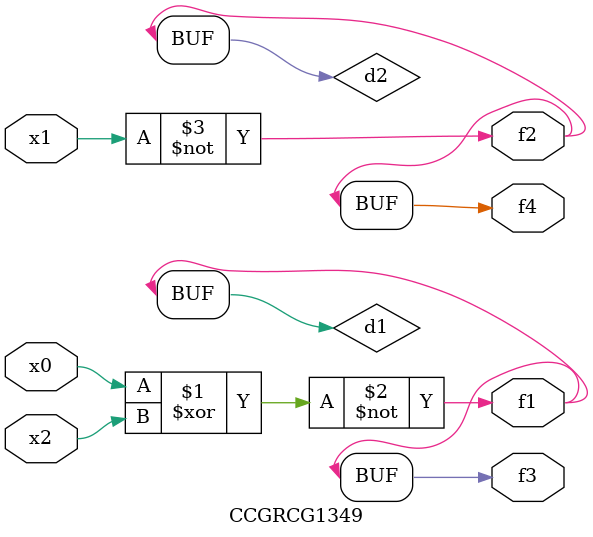
<source format=v>
module CCGRCG1349(
	input x0, x1, x2,
	output f1, f2, f3, f4
);

	wire d1, d2, d3;

	xnor (d1, x0, x2);
	nand (d2, x1);
	nor (d3, x1, x2);
	assign f1 = d1;
	assign f2 = d2;
	assign f3 = d1;
	assign f4 = d2;
endmodule

</source>
